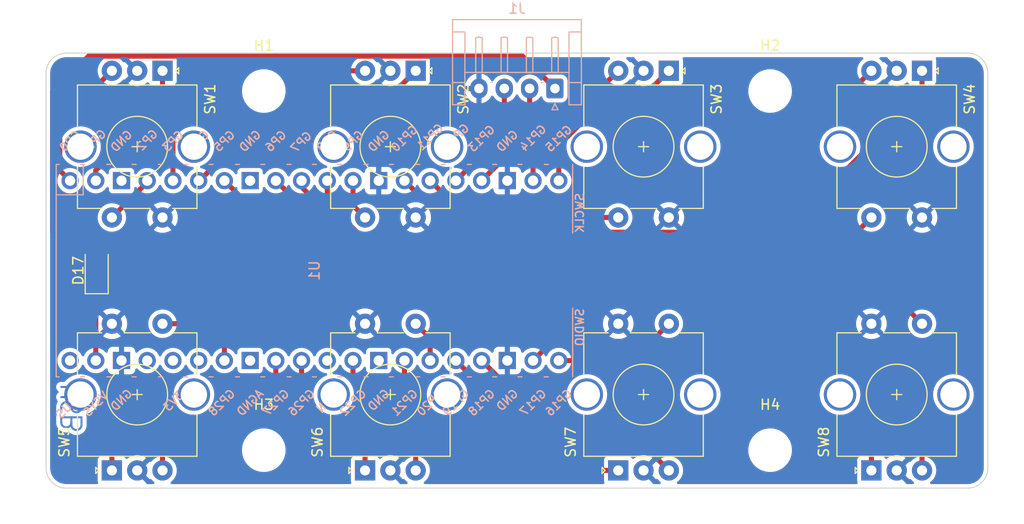
<source format=kicad_pcb>
(kicad_pcb (version 20211014) (generator pcbnew)
  (layers (0 "F.Cu" signal) (31 "B.Cu" signal) (34 "B.Paste" user) (35 "F.Paste" user) (36 "B.SilkS" user "B.Silkscreen") (37 "F.SilkS" user "F.Silkscreen") (38 "B.Mask" user) (39 "F.Mask" user) (44 "Edge.Cuts" user))
  (net 0 "")
  (net 1 "+5V")
  (net 2 "GND")
  (net 3 "tx")
  (net 4 "rx")
  (net 14 "Net-(D17-Pad2)")
  (net 15 "Net-(U1-Pad32)")
  (net 16 "Net-(U1-Pad31)")
  (net 17 "Net-(U1-Pad34)")
  (net 18 "Net-(U1-Pad26)")
  (net 19 "Net-(SW6-PadB)")
  (net 20 "Net-(SW6-PadA)")
  (net 21 "Net-(SW7-PadA)")
  (net 22 "Net-(U1-Pad24)")
  (net 23 "Net-(U1-Pad22)")
  (net 24 "Net-(U1-Pad2)")
  (net 25 "Net-(U1-Pad1)")
  (net 26 "Net-(U1-Pad4)")
  (net 27 "Net-(U1-Pad6)")
  (net 28 "Net-(U1-Pad5)")
  (net 29 "Net-(U1-Pad20)")
  (net 30 "Net-(U1-Pad19)")
  (net 31 "Net-(U1-Pad12)")
  (net 32 "Net-(U1-Pad15)")
  (net 33 "Net-(U1-Pad21)")
  (net 34 "Net-(U1-Pad7)")
  (net 35 "Net-(U1-Pad14)")
  (net 36 "Net-(U1-Pad11)")
  (net 37 "Net-(U1-Pad10)")
  (net 38 "Net-(U1-Pad9)")
  (footprint "raspi:RotaryEncoder_Alps_EC11E-Switch_Vertical_H20mm_CircularMountingHoles" (layer "F.Cu") (at 211 82.75 90)
    (fp_text reference "SW6" (at 2.8 -4.7 270) (layer "F.SilkS"))
    (fp_text value "RotaryEncoder_Switch")
    (fp_line (start 5.5 8.4) (end 1.4 8.4) (layer "F.SilkS") (width 0.12))
    (fp_line (start 13.6 1.2) (end 13.6 3.8) (layer "F.SilkS") (width 0.12))
    (fp_line (start 0.3 -1.6) (end 0 -1.3) (layer "F.SilkS") (width 0.12))
    (fp_line (start 9.5 -3.4) (end 13.6 -3.4) (layer "F.SilkS") (width 0.12))
    (fp_line (start 13.6 -3.4) (end 13.6 -1) (layer "F.SilkS") (width 0.12))
    (fp_line (start 7 2.5) (end 8 2.5) (layer "F.SilkS") (width 0.12))
    (fp_line (start 13.6 8.4) (end 9.5 8.4) (layer "F.SilkS") (width 0.12))
    (fp_line (start 13.6 6) (end 13.6 8.4) (layer "F.SilkS") (width 0.12))
    (fp_line (start 5.5 -3.4) (end 1.4 -3.4) (layer "F.SilkS") (width 0.12))
    (fp_line (start -0.3 -1.6) (end 0.3 -1.6) (layer "F.SilkS") (width 0.12))
    (fp_line (start 7.5 2) (end 7.5 3) (layer "F.SilkS") (width 0.12))
    (fp_line (start 0 -1.3) (end -0.3 -1.6) (layer "F.SilkS") (width 0.12))
    (fp_line (start 1.4 -3.4) (end 1.4 8.4) (layer "F.SilkS") (width 0.12))
    (fp_circle (center 7.5 2.5) (end 10.5 2.5) (layer "F.SilkS") (width 0.12) (fill none))
    (pad "A" thru_hole rect (at 0 0 90) (size 2 2) (drill 1) (layers *.Cu *.Mask) (net 20 "Net-(SW6-PadA)"))
    (pad "B" thru_hole circle (at 0 5 90) (size 2 2) (drill 1) (layers *.Cu *.Mask) (net 19 "Net-(SW6-PadB)"))
    (pad "C" thru_hole circle (at 0 2.5 90) (size 2 2) (drill 1) (layers *.Cu *.Mask) (net 2 "GND"))
    (pad "MP" thru_hole circle (at 7.5 8.1 90) (size 3.2 3.2) (drill 2.6) (layers *.Cu *.Mask))
    (pad "MP" thru_hole circle (at 7.5 -3.1 90) (size 3.2 3.2) (drill 2.6) (layers *.Cu *.Mask))
    (pad "S1" thru_hole circle (at 14.5 5 90) (size 2 2) (drill 1) (layers *.Cu *.Mask) (net 18 "Net-(U1-Pad26)"))
    (pad "S2" thru_hole circle (at 14.5 0 90) (size 2 2) (drill 1) (layers *.Cu *.Mask) (net 2 "GND"))
  )
  (footprint "raspi:RotaryEncoder_Alps_EC11E-Switch_Vertical_H20mm_CircularMountingHoles" (layer "F.Cu") (at 186 82.75 90)
    (fp_text reference "SW5" (at 2.8 -4.7 270) (layer "F.SilkS"))
    (fp_text value "RotaryEncoder_Switch")
    (fp_line (start 7.5 2) (end 7.5 3) (layer "F.SilkS") (width 0.12))
    (fp_line (start 13.6 -3.4) (end 13.6 -1) (layer "F.SilkS") (width 0.12))
    (fp_line (start 9.5 -3.4) (end 13.6 -3.4) (layer "F.SilkS") (width 0.12))
    (fp_line (start 7 2.5) (end 8 2.5) (layer "F.SilkS") (width 0.12))
    (fp_line (start 13.6 1.2) (end 13.6 3.8) (layer "F.SilkS") (width 0.12))
    (fp_line (start 5.5 8.4) (end 1.4 8.4) (layer "F.SilkS") (width 0.12))
    (fp_line (start -0.3 -1.6) (end 0.3 -1.6) (layer "F.SilkS") (width 0.12))
    (fp_line (start 0 -1.3) (end -0.3 -1.6) (layer "F.SilkS") (width 0.12))
    (fp_line (start 0.3 -1.6) (end 0 -1.3) (layer "F.SilkS") (width 0.12))
    (fp_line (start 1.4 -3.4) (end 1.4 8.4) (layer "F.SilkS") (width 0.12))
    (fp_line (start 5.5 -3.4) (end 1.4 -3.4) (layer "F.SilkS") (width 0.12))
    (fp_line (start 13.6 8.4) (end 9.5 8.4) (layer "F.SilkS") (width 0.12))
    (fp_line (start 13.6 6) (end 13.6 8.4) (layer "F.SilkS") (width 0.12))
    (fp_circle (center 7.5 2.5) (end 10.5 2.5) (layer "F.SilkS") (width 0.12) (fill none))
    (pad "A" thru_hole rect (at 0 0 90) (size 2 2) (drill 1) (layers *.Cu *.Mask) (net 15 "Net-(U1-Pad32)"))
    (pad "B" thru_hole circle (at 0 5 90) (size 2 2) (drill 1) (layers *.Cu *.Mask) (net 16 "Net-(U1-Pad31)"))
    (pad "C" thru_hole circle (at 0 2.5 90) (size 2 2) (drill 1) (layers *.Cu *.Mask) (net 2 "GND"))
    (pad "MP" thru_hole circle (at 7.5 -3.1 90) (size 3.2 3.2) (drill 2.6) (layers *.Cu *.Mask))
    (pad "MP" thru_hole circle (at 7.5 8.1 90) (size 3.2 3.2) (drill 2.6) (layers *.Cu *.Mask))
    (pad "S1" thru_hole circle (at 14.5 5 90) (size 2 2) (drill 1) (layers *.Cu *.Mask) (net 17 "Net-(U1-Pad34)"))
    (pad "S2" thru_hole circle (at 14.5 0 90) (size 2 2) (drill 1) (layers *.Cu *.Mask) (net 2 "GND"))
  )
  (footprint "MountingHole:MountingHole_3.5mm" (layer "F.Cu") (at 251 80.75)
    (fp_text reference "H4" (at 0 -4.5) (layer "F.SilkS"))
    (fp_text value "MountingHole")
    (pad "" np_thru_hole circle (at 0 0) (size 3.5 3.5) (drill 3.5) (layers *.Cu *.Mask))
  )
  (footprint "MountingHole:MountingHole_3.5mm" (layer "F.Cu") (at 251 45.25)
    (fp_text reference "H2" (at 0 -4.5) (layer "F.SilkS"))
    (fp_text value "MountingHole")
    (pad "" np_thru_hole circle (at 0 0) (size 3.5 3.5) (drill 3.5) (layers *.Cu *.Mask))
  )
  (footprint "raspi:RotaryEncoder_Alps_EC11E-Switch_Vertical_H20mm_CircularMountingHoles" (layer "F.Cu") (at 191 43.25 -90)
    (fp_text reference "SW1" (at 2.8 -4.7 90) (layer "F.SilkS"))
    (fp_text value "RotaryEncoder_Switch")
    (fp_line (start 1.4 -3.4) (end 1.4 8.4) (layer "F.SilkS") (width 0.12))
    (fp_line (start -0.3 -1.6) (end 0.3 -1.6) (layer "F.SilkS") (width 0.12))
    (fp_line (start 13.6 8.4) (end 9.5 8.4) (layer "F.SilkS") (width 0.12))
    (fp_line (start 5.5 -3.4) (end 1.4 -3.4) (layer "F.SilkS") (width 0.12))
    (fp_line (start 7 2.5) (end 8 2.5) (layer "F.SilkS") (width 0.12))
    (fp_line (start 13.6 1.2) (end 13.6 3.8) (layer "F.SilkS") (width 0.12))
    (fp_line (start 0 -1.3) (end -0.3 -1.6) (layer "F.SilkS") (width 0.12))
    (fp_line (start 5.5 8.4) (end 1.4 8.4) (layer "F.SilkS") (width 0.12))
    (fp_line (start 0.3 -1.6) (end 0 -1.3) (layer "F.SilkS") (width 0.12))
    (fp_line (start 7.5 2) (end 7.5 3) (layer "F.SilkS") (width 0.12))
    (fp_line (start 13.6 -3.4) (end 13.6 -1) (layer "F.SilkS") (width 0.12))
    (fp_line (start 9.5 -3.4) (end 13.6 -3.4) (layer "F.SilkS") (width 0.12))
    (fp_line (start 13.6 6) (end 13.6 8.4) (layer "F.SilkS") (width 0.12))
    (fp_circle (center 7.5 2.5) (end 10.5 2.5) (layer "F.SilkS") (width 0.12) (fill none))
    (pad "A" thru_hole rect (at 0 0 270) (size 2 2) (drill 1) (layers *.Cu *.Mask) (net 24 "Net-(U1-Pad2)"))
    (pad "B" thru_hole circle (at 0 5 270) (size 2 2) (drill 1) (layers *.Cu *.Mask) (net 25 "Net-(U1-Pad1)"))
    (pad "C" thru_hole circle (at 0 2.5 270) (size 2 2) (drill 1) (layers *.Cu *.Mask) (net 2 "GND"))
    (pad "MP" thru_hole circle (at 7.5 8.1 270) (size 3.2 3.2) (drill 2.6) (layers *.Cu *.Mask))
    (pad "MP" thru_hole circle (at 7.5 -3.1 270) (size 3.2 3.2) (drill 2.6) (layers *.Cu *.Mask))
    (pad "S1" thru_hole circle (at 14.5 5 270) (size 2 2) (drill 1) (layers *.Cu *.Mask) (net 26 "Net-(U1-Pad4)"))
    (pad "S2" thru_hole circle (at 14.5 0 270) (size 2 2) (drill 1) (layers *.Cu *.Mask) (net 2 "GND"))
  )
  (footprint "raspi:RotaryEncoder_Alps_EC11E-Switch_Vertical_H20mm_CircularMountingHoles" (layer "F.Cu") (at 236 82.75 90)
    (fp_text reference "SW7" (at 2.8 -4.7 270) (layer "F.SilkS"))
    (fp_text value "RotaryEncoder_Switch")
    (fp_line (start 0 -1.3) (end -0.3 -1.6) (layer "F.SilkS") (width 0.12))
    (fp_line (start 7 2.5) (end 8 2.5) (layer "F.SilkS") (width 0.12))
    (fp_line (start 13.6 -3.4) (end 13.6 -1) (layer "F.SilkS") (width 0.12))
    (fp_line (start 1.4 -3.4) (end 1.4 8.4) (layer "F.SilkS") (width 0.12))
    (fp_line (start 7.5 2) (end 7.5 3) (layer "F.SilkS") (width 0.12))
    (fp_line (start 13.6 8.4) (end 9.5 8.4) (layer "F.SilkS") (width 0.12))
    (fp_line (start 5.5 8.4) (end 1.4 8.4) (layer "F.SilkS") (width 0.12))
    (fp_line (start 0.3 -1.6) (end 0 -1.3) (layer "F.SilkS") (width 0.12))
    (fp_line (start 13.6 6) (end 13.6 8.4) (layer "F.SilkS") (width 0.12))
    (fp_line (start 9.5 -3.4) (end 13.6 -3.4) (layer "F.SilkS") (width 0.12))
    (fp_line (start 5.5 -3.4) (end 1.4 -3.4) (layer "F.SilkS") (width 0.12))
    (fp_line (start 13.6 1.2) (end 13.6 3.8) (layer "F.SilkS") (width 0.12))
    (fp_line (start -0.3 -1.6) (end 0.3 -1.6) (layer "F.SilkS") (width 0.12))
    (fp_circle (center 7.5 2.5) (end 10.5 2.5) (layer "F.SilkS") (width 0.12) (fill none))
    (pad "A" thru_hole rect (at 0 0 90) (size 2 2) (drill 1) (layers *.Cu *.Mask) (net 21 "Net-(SW7-PadA)"))
    (pad "B" thru_hole circle (at 0 5 90) (size 2 2) (drill 1) (layers *.Cu *.Mask) (net 22 "Net-(U1-Pad24)"))
    (pad "C" thru_hole circle (at 0 2.5 90) (size 2 2) (drill 1) (layers *.Cu *.Mask) (net 2 "GND"))
    (pad "MP" thru_hole circle (at 7.5 -3.1 90) (size 3.2 3.2) (drill 2.6) (layers *.Cu *.Mask))
    (pad "MP" thru_hole circle (at 7.5 8.1 90) (size 3.2 3.2) (drill 2.6) (layers *.Cu *.Mask))
    (pad "S1" thru_hole circle (at 14.5 5 90) (size 2 2) (drill 1) (layers *.Cu *.Mask) (net 23 "Net-(U1-Pad22)"))
    (pad "S2" thru_hole circle (at 14.5 0 90) (size 2 2) (drill 1) (layers *.Cu *.Mask) (net 2 "GND"))
  )
  (footprint "raspi:RotaryEncoder_Alps_EC11E-Switch_Vertical_H20mm_CircularMountingHoles" (layer "F.Cu") (at 261 82.75 90)
    (fp_text reference "SW8" (at 2.8 -4.7 270) (layer "F.SilkS"))
    (fp_text value "RotaryEncoder_Switch")
    (fp_line (start 5.5 8.4) (end 1.4 8.4) (layer "F.SilkS") (width 0.12))
    (fp_line (start 5.5 -3.4) (end 1.4 -3.4) (layer "F.SilkS") (width 0.12))
    (fp_line (start 13.6 8.4) (end 9.5 8.4) (layer "F.SilkS") (width 0.12))
    (fp_line (start 1.4 -3.4) (end 1.4 8.4) (layer "F.SilkS") (width 0.12))
    (fp_line (start 13.6 6) (end 13.6 8.4) (layer "F.SilkS") (width 0.12))
    (fp_line (start 13.6 1.2) (end 13.6 3.8) (layer "F.SilkS") (width 0.12))
    (fp_line (start 7.5 2) (end 7.5 3) (layer "F.SilkS") (width 0.12))
    (fp_line (start -0.3 -1.6) (end 0.3 -1.6) (layer "F.SilkS") (width 0.12))
    (fp_line (start 13.6 -3.4) (end 13.6 -1) (layer "F.SilkS") (width 0.12))
    (fp_line (start 7 2.5) (end 8 2.5) (layer "F.SilkS") (width 0.12))
    (fp_line (start 0.3 -1.6) (end 0 -1.3) (layer "F.SilkS") (width 0.12))
    (fp_line (start 9.5 -3.4) (end 13.6 -3.4) (layer "F.SilkS") (width 0.12))
    (fp_line (start 0 -1.3) (end -0.3 -1.6) (layer "F.SilkS") (width 0.12))
    (fp_circle (center 7.5 2.5) (end 10.5 2.5) (layer "F.SilkS") (width 0.12) (fill none))
    (pad "A" thru_hole rect (at 0 0 90) (size 2 2) (drill 1) (layers *.Cu *.Mask) (net 33 "Net-(U1-Pad21)"))
    (pad "B" thru_hole circle (at 0 5 90) (size 2 2) (drill 1) (layers *.Cu *.Mask) (net 34 "Net-(U1-Pad7)"))
    (pad "C" thru_hole circle (at 0 2.5 90) (size 2 2) (drill 1) (layers *.Cu *.Mask) (net 2 "GND"))
    (pad "MP" thru_hole circle (at 7.5 8.1 90) (size 3.2 3.2) (drill 2.6) (layers *.Cu *.Mask))
    (pad "MP" thru_hole circle (at 7.5 -3.1 90) (size 3.2 3.2) (drill 2.6) (layers *.Cu *.Mask))
    (pad "S1" thru_hole circle (at 14.5 5 90) (size 2 2) (drill 1) (layers *.Cu *.Mask) (net 38 "Net-(U1-Pad9)"))
    (pad "S2" thru_hole circle (at 14.5 0 90) (size 2 2) (drill 1) (layers *.Cu *.Mask) (net 2 "GND"))
  )
  (footprint "Diode_SMD:D_1206_3216Metric" (layer "F.Cu") (at 184.5 63 90)
    (fp_text reference "D17" (at 0 -1.82 90) (layer "F.SilkS"))
    (fp_text value "D")
    (fp_line (start 1.6 -1.135) (end -2.285 -1.135) (layer "F.SilkS") (width 0.12))
    (fp_line (start -2.285 1.135) (end 1.6 1.135) (layer "F.SilkS") (width 0.12))
    (fp_line (start -2.285 -1.135) (end -2.285 1.135) (layer "F.SilkS") (width 0.12))
    (pad "1" smd roundrect (at -1.4 0 90) (size 1.25 1.75) (layers "F.Cu" "F.Paste" "F.Mask") (roundrect_rratio 0.2) (net 1 "+5V"))
    (pad "2" smd roundrect (at 1.4 0 90) (size 1.25 1.75) (layers "F.Cu" "F.Paste" "F.Mask") (roundrect_rratio 0.2) (net 14 "Net-(D17-Pad2)"))
  )
  (footprint "MountingHole:MountingHole_3.5mm" (layer "F.Cu") (at 201 45.25)
    (fp_text reference "H1" (at 0 -4.5) (layer "F.SilkS"))
    (fp_text value "MountingHole")
    (pad "" np_thru_hole circle (at 0 0) (size 3.5 3.5) (drill 3.5) (layers *.Cu *.Mask))
  )
  (footprint "MountingHole:MountingHole_3.5mm" (layer "F.Cu") (at 201 80.75)
    (fp_text reference "H3" (at 0 -4.5) (layer "F.SilkS"))
    (fp_text value "MountingHole")
    (pad "" np_thru_hole circle (at 0 0) (size 3.5 3.5) (drill 3.5) (layers *.Cu *.Mask))
  )
  (footprint "raspi:RotaryEncoder_Alps_EC11E-Switch_Vertical_H20mm_CircularMountingHoles" (layer "F.Cu") (at 266 43.25 -90)
    (fp_text reference "SW4" (at 2.8 -4.7 90) (layer "F.SilkS"))
    (fp_text value "RotaryEncoder_Switch")
    (fp_line (start 13.6 6) (end 13.6 8.4) (layer "F.SilkS") (width 0.12))
    (fp_line (start 13.6 -3.4) (end 13.6 -1) (layer "F.SilkS") (width 0.12))
    (fp_line (start 1.4 -3.4) (end 1.4 8.4) (layer "F.SilkS") (width 0.12))
    (fp_line (start 13.6 1.2) (end 13.6 3.8) (layer "F.SilkS") (width 0.12))
    (fp_line (start -0.3 -1.6) (end 0.3 -1.6) (layer "F.SilkS") (width 0.12))
    (fp_line (start 7.5 2) (end 7.5 3) (layer "F.SilkS") (width 0.12))
    (fp_line (start 0 -1.3) (end -0.3 -1.6) (layer "F.SilkS") (width 0.12))
    (fp_line (start 9.5 -3.4) (end 13.6 -3.4) (layer "F.SilkS") (width 0.12))
    (fp_line (start 5.5 -3.4) (end 1.4 -3.4) (layer "F.SilkS") (width 0.12))
    (fp_line (start 0.3 -1.6) (end 0 -1.3) (layer "F.SilkS") (width 0.12))
    (fp_line (start 13.6 8.4) (end 9.5 8.4) (layer "F.SilkS") (width 0.12))
    (fp_line (start 7 2.5) (end 8 2.5) (layer "F.SilkS") (width 0.12))
    (fp_line (start 5.5 8.4) (end 1.4 8.4) (layer "F.SilkS") (width 0.12))
    (fp_circle (center 7.5 2.5) (end 10.5 2.5) (layer "F.SilkS") (width 0.12) (fill none))
    (pad "A" thru_hole rect (at 0 0 270) (size 2 2) (drill 1) (layers *.Cu *.Mask) (net 36 "Net-(U1-Pad11)"))
    (pad "B" thru_hole circle (at 0 5 270) (size 2 2) (drill 1) (layers *.Cu *.Mask) (net 35 "Net-(U1-Pad14)"))
    (pad "C" thru_hole circle (at 0 2.5 270) (size 2 2) (drill 1) (layers *.Cu *.Mask) (net 2 "GND"))
    (pad "MP" thru_hole circle (at 7.5 8.1 270) (size 3.2 3.2) (drill 2.6) (layers *.Cu *.Mask))
    (pad "MP" thru_hole circle (at 7.5 -3.1 270) (size 3.2 3.2) (drill 2.6) (layers *.Cu *.Mask))
    (pad "S1" thru_hole circle (at 14.5 5 270) (size 2 2) (drill 1) (layers *.Cu *.Mask) (net 37 "Net-(U1-Pad10)"))
    (pad "S2" thru_hole circle (at 14.5 0 270) (size 2 2) (drill 1) (layers *.Cu *.Mask) (net 2 "GND"))
  )
  (footprint "raspi:RotaryEncoder_Alps_EC11E-Switch_Vertical_H20mm_CircularMountingHoles" (layer "F.Cu") (at 241 43.25 -90)
    (fp_text reference "SW3" (at 2.8 -4.7 90) (layer "F.SilkS"))
    (fp_text value "RotaryEncoder_Switch")
    (fp_line (start 13.6 6) (end 13.6 8.4) (layer "F.SilkS") (width 0.12))
    (fp_line (start 13.6 1.2) (end 13.6 3.8) (layer "F.SilkS") (width 0.12))
    (fp_line (start 1.4 -3.4) (end 1.4 8.4) (layer "F.SilkS") (width 0.12))
    (fp_line (start -0.3 -1.6) (end 0.3 -1.6) (layer "F.SilkS") (width 0.12))
    (fp_line (start 0 -1.3) (end -0.3 -1.6) (layer "F.SilkS") (width 0.12))
    (fp_line (start 0.3 -1.6) (end 0 -1.3) (layer "F.SilkS") (width 0.12))
    (fp_line (start 5.5 -3.4) (end 1.4 -3.4) (layer "F.SilkS") (width 0.12))
    (fp_line (start 13.6 -3.4) (end 13.6 -1) (layer "F.SilkS") (width 0.12))
    (fp_line (start 5.5 8.4) (end 1.4 8.4) (layer "F.SilkS") (width 0.12))
    (fp_line (start 13.6 8.4) (end 9.5 8.4) (layer "F.SilkS") (width 0.12))
    (fp_line (start 7 2.5) (end 8 2.5) (layer "F.SilkS") (width 0.12))
    (fp_line (start 9.5 -3.4) (end 13.6 -3.4) (layer "F.SilkS") (width 0.12))
    (fp_line (start 7.5 2) (end 7.5 3) (layer "F.SilkS") (width 0.12))
    (fp_circle (center 7.5 2.5) (end 10.5 2.5) (layer "F.SilkS") (width 0.12) (fill none))
    (pad "A" thru_hole rect (at 0 0 270) (size 2 2) (drill 1) (layers *.Cu *.Mask) (net 29 "Net-(U1-Pad20)"))
    (pad "B" thru_hole circle (at 0 5 270) (size 2 2) (drill 1) (layers *.Cu *.Mask) (net 30 "Net-(U1-Pad19)"))
    (pad "C" thru_hole circle (at 0 2.5 270) (size 2 2) (drill 1) (layers *.Cu *.Mask) (net 2 "GND"))
    (pad "MP" thru_hole circle (at 7.5 -3.1 270) (size 3.2 3.2) (drill 2.6) (layers *.Cu *.Mask))
    (pad "MP" thru_hole circle (at 7.5 8.1 270) (size 3.2 3.2) (drill 2.6) (layers *.Cu *.Mask))
    (pad "S1" thru_hole circle (at 14.5 5 270) (size 2 2) (drill 1) (layers *.Cu *.Mask) (net 32 "Net-(U1-Pad15)"))
    (pad "S2" thru_hole circle (at 14.5 0 270) (size 2 2) (drill 1) (layers *.Cu *.Mask) (net 2 "GND"))
  )
  (footprint "raspi:RotaryEncoder_Alps_EC11E-Switch_Vertical_H20mm_CircularMountingHoles" (layer "F.Cu") (at 216 43.25 -90)
    (fp_text reference "SW2" (at 2.8 -4.7 90) (layer "F.SilkS"))
    (fp_text value "RotaryEncoder_Switch")
    (fp_line (start 9.5 -3.4) (end 13.6 -3.4) (layer "F.SilkS") (width 0.12))
    (fp_line (start 5.5 8.4) (end 1.4 8.4) (layer "F.SilkS") (width 0.12))
    (fp_line (start 13.6 8.4) (end 9.5 8.4) (layer "F.SilkS") (width 0.12))
    (fp_line (start 5.5 -3.4) (end 1.4 -3.4) (layer "F.SilkS") (width 0.12))
    (fp_line (start 0 -1.3) (end -0.3 -1.6) (layer "F.SilkS") (width 0.12))
    (fp_line (start 13.6 6) (end 13.6 8.4) (layer "F.SilkS") (width 0.12))
    (fp_line (start 13.6 1.2) (end 13.6 3.8) (layer "F.SilkS") (width 0.12))
    (fp_line (start 7.5 2) (end 7.5 3) (layer "F.SilkS") (width 0.12))
    (fp_line (start 7 2.5) (end 8 2.5) (layer "F.SilkS") (width 0.12))
    (fp_line (start 13.6 -3.4) (end 13.6 -1) (layer "F.SilkS") (width 0.12))
    (fp_line (start 1.4 -3.4) (end 1.4 8.4) (layer "F.SilkS") (width 0.12))
    (fp_line (start 0.3 -1.6) (end 0 -1.3) (layer "F.SilkS") (width 0.12))
    (fp_line (start -0.3 -1.6) (end 0.3 -1.6) (layer "F.SilkS") (width 0.12))
    (fp_circle (center 7.5 2.5) (end 10.5 2.5) (layer "F.SilkS") (width 0.12) (fill none))
    (pad "A" thru_hole rect (at 0 0 270) (size 2 2) (drill 1) (layers *.Cu *.Mask) (net 27 "Net-(U1-Pad6)"))
    (pad "B" thru_hole circle (at 0 5 270) (size 2 2) (drill 1) (layers *.Cu *.Mask) (net 28 "Net-(U1-Pad5)"))
    (pad "C" thru_hole circle (at 0 2.5 270) (size 2 2) (drill 1) (layers *.Cu *.Mask) (net 2 "GND"))
    (pad "MP" thru_hole circle (at 7.5 -3.1 270) (size 3.2 3.2) (drill 2.6) (layers *.Cu *.Mask))
    (pad "MP" thru_hole circle (at 7.5 8.1 270) (size 3.2 3.2) (drill 2.6) (layers *.Cu *.Mask))
    (pad "S1" thru_hole circle (at 14.5 5 270) (size 2 2) (drill 1) (layers *.Cu *.Mask) (net 31 "Net-(U1-Pad12)"))
    (pad "S2" thru_hole circle (at 14.5 0 270) (size 2 2) (drill 1) (layers *.Cu *.Mask) (net 2 "GND"))
  )
  (footprint "raspi:RPi_Pico_TH" (layer "B.Cu") (at 206 63 -90)
    (fp_text reference "U1" (at 0 0 90) (layer "B.SilkS") (effects (justify mirror)))
    (fp_text value "Pico")
    (fp_text user "GP8" (at -12.8 -1.27 -135) (layer "B.SilkS") (effects (font (size 0.8 0.8)) (justify mirror)))
    (fp_text user "GP20" (at 13.054 -11.43 -135) (layer "B.SilkS") (effects (font (size 0.8 0.8)) (justify mirror)))
    (fp_text user "GP9" (at -12.8 -3.81 -135) (layer "B.SilkS") (effects (font (size 0.8 0.8)) (justify mirror)))
    (fp_text user "SWDIO" (at 5.6 -26.2 90) (layer "B.SilkS") (effects (font (size 0.8 0.8)) (justify mirror)))
    (fp_text user "GP5" (at -12.8 8.89 -135) (layer "B.SilkS") (effects (font (size 0.8 0.8)) (justify mirror)))
    (fp_text user "GP19" (at 13.054 -13.97 -135) (layer "B.SilkS") (effects (font (size 0.8 0.8)) (justify mirror)))
    (fp_text user "GP17" (at 13.054 -21.59 -135) (layer "B.SilkS") (effects (font (size 0.8 0.8)) (justify mirror)))
    (fp_text user "GP4" (at -12.8 11.43 -135) (layer "B.SilkS") (effects (font (size 0.8 0.8)) (justify mirror)))
    (fp_text user "GP11" (at -13.2 -11.43 -135) (layer "B.SilkS") (effects (font (size 0.8 0.8)) (justify mirror)))
    (fp_text user "GND" (at -12.8 19.05 -135) (layer "B.SilkS") (effects (font (size 0.8 0.8)) (justify mirror)))
    (fp_text user "GP2" (at -12.9 16.51 -135) (layer "B.SilkS") (effects (font (size 0.8 0.8)) (justify mirror)))
    (fp_text user "SWCLK" (at -5.7 -26.2 90) (layer "B.SilkS") (effects (font (size 0.8 0.8)) (justify mirror)))
    (fp_text user "GP12" (at -13.2 -13.97 -135) (layer "B.SilkS") (effects (font (size 0.8 0.8)) (justify mirror)))
    (fp_text user "GP1" (at -12.9 21.6 -135) (layer "B.SilkS") (effects (font (size 0.8 0.8)) (justify mirror)))
    (fp_text user "GND" (at -12.8 6.35 -135) (layer "B.SilkS") (effects (font (size 0.8 0.8)) (justify mirror)))
    (fp_text user "GND" (at -12.8 -19.05 -135) (layer "B.SilkS") (effects (font (size 0.8 0.8)) (justify mirror)))
    (fp_text user "GP10" (at -13.054 -8.89 -135) (layer "B.SilkS") (effects (font (size 0.8 0.8)) (justify mirror)))
    (fp_text user "GP14" (at -13.1 -21.59 -135) (layer "B.SilkS") (effects (font (size 0.8 0.8)) (justify mirror)))
    (fp_text user "GP21" (at 13.054 -8.9 -135) (layer "B.SilkS") (effects (font (size 0.8 0.8)) (justify mirror)))
    (fp_text user "GP28" (at 13.054 9.144 -135) (layer "B.SilkS") (effects (font (size 0.8 0.8)) (justify mirror)))
    (fp_text user "GND" (at 12.8 19.05 -135) (layer "B.SilkS") (effects (font (size 0.8 0.8)) (justify mirror)))
    (fp_text user "RUN" (at 13 -1.27 -135) (layer "B.SilkS") (effects (font (size 0.8 0.8)) (justify mirror)))
    (fp_text user "GP22" (at 13.054 -3.81 -135) (layer "B.SilkS") (effects (font (size 0.8 0.8)) (justify mirror)))
    (fp_text user "GND" (at 12.8 -19.05 -135) (layer "B.SilkS") (effects (font (size 0.8 0.8)) (justify mirror)))
    (fp_text user "VSYS" (at 13.2 21.59 -135) (layer "B.SilkS") (effects (font (size 0.8 0.8)) (justify mirror)))
    (fp_text user "AGND" (at 13.054 6.35 -135) (layer "B.SilkS") (effects (font (size 0.8 0.8)) (justify mirror)))
    (fp_text user "GP15" (at -13.054 -24.13 -135) (layer "B.SilkS") (effects (font (size 0.8 0.8)) (justify mirror)))
    (fp_text user "GND" (at 12.8 -6.35 -135) (layer "B.SilkS") (effects (font (size 0.8 0.8)) (justify mirror)))
    (fp_text user "3V3" (at 12.9 13.9 -135) (layer "B.SilkS") (effects (font (size 0.8 0.8)) (justify mirror)))
    (fp_text user "GP6" (at -12.8 3.81 -135) (layer "B.SilkS") (effects (font (size 0.8 0.8)) (justify mirror)))
    (fp_text user "VBUS" (at 13.3 24.2 -135) (layer "B.SilkS") (effects (font (size 0.8 0.8)) (justify mirror)))
    (fp_text user "GP0" (at -12.8 24.13 -135) (layer "B.SilkS") (effects (font (size 0.8 0.8)) (justify mirror)))
    (fp_text user "GP26" (at 13.054 1.27 -135) (layer "B.SilkS") (effects (font (size 0.8 0.8)) (justify mirror)))
    (fp_text user "GND" (at -12.8 -6.35 -135) (layer "B.SilkS") (effects (font (size 0.8 0.8)) (justify mirror)))
    (fp_text user "GP13" (at -13.054 -16.51 -135) (layer "B.SilkS") (effects (font (size 0.8 0.8)) (justify mirror)))
    (fp_text user "GP7" (at -12.7 1.3 -135) (layer "B.SilkS") (effects (font (size 0.8 0.8)) (justify mirror)))
    (fp_text user "GP27" (at 13.054 3.8 -135) (layer "B.SilkS") (effects (font (size 0.8 0.8)) (justify mirror)))
    (fp_text user "GP16" (at 13.054 -24.13 -135) (layer "B.SilkS") (effects (font (size 0.8 0.8)) (justify mirror)))
    (fp_text user "GP18" (at 13.054 -16.51 -135) (layer "B.SilkS") (effects (font (size 0.8 0.8)) (justify mirror)))
    (fp_text user "GP3" (at -12.8 13.97 -135) (layer "B.SilkS") (effects (font (size 0.8 0.8)) (justify mirror)))
    (fp_line (start 10.5 -7.4) (end 10.5 -7.8) (layer "B.SilkS") (width 0.12))
    (fp_line (start 10.5 10.4) (end 10.5 10) (layer "B.SilkS") (width 0.12))
    (fp_line (start 10.5 -25.5) (end 3.7 -25.5) (layer "B.SilkS") (width 0.12))
    (fp_line (start 10.5 5.3) (end 10.5 4.9) (layer "B.SilkS") (width 0.12))
    (fp_line (start 10.5 -10) (end 10.5 -10.4) (layer "B.SilkS") (width 0.12))
    (fp_line (start 10.5 25.5) (end 10.5 25.2) (layer "B.SilkS") (width 0.12))
    (fp_line (start 10.5 20.5) (end 10.5 20.1) (layer "B.SilkS") (width 0.12))
    (fp_line (start -10.5 25.5) (end 10.5 25.5) (layer "B.SilkS") (width 0.12))
    (fp_line (start -10.5 -7.4) (end -10.5 -7.8) (layer "B.SilkS") (width 0.12))
    (fp_line (start -10.5 -2.3) (end -10.5 -2.7) (layer "B.SilkS") (width 0.12))
    (fp_line (start -10.5 23.1) (end -10.5 22.7) (layer "B.SilkS") (width 0.12))
    (fp_line (start 10.5 -4.9) (end 10.5 -5.3) (layer "B.SilkS") (width 0.12))
    (fp_line (start -10.5 -4.9) (end -10.5 -5.3) (layer "B.SilkS") (width 0.12))
    (fp_line (start -3.7 -25.5) (end -10.5 -25.5) (layer "B.SilkS") (width 0.12))
    (fp_line (start -10.5 -15.1) (end -10.5 -15.5) (layer "B.SilkS") (width 0.12))
    (fp_line (start -10.5 20.5) (end -10.5 20.1) (layer "B.SilkS") (width 0.12))
    (fp_line (start 10.5 12.9) (end 10.5 12.5) (layer "B.SilkS") (width 0.12))
    (fp_line (start -10.5 -22.7) (end -10.5 -23.1) (layer "B.SilkS") (width 0.12))
    (fp_line (start -10.5 25.5) (end -10.5 25.2) (layer "B.SilkS") (width 0.12))
    (fp_line (start 10.5 15.4) (end 10.5 15) (layer "B.SilkS") (width 0.12))
    (fp_line (start -10.5 2.7) (end -10.5 2.3) (layer "B.SilkS") (width 0.12))
    (fp_line (start -10.5 15.4) (end -10.5 15) (layer "B.SilkS") (width 0.12))
    (fp_line (start 10.5 23.1) (end 10.5 22.7) (layer "B.SilkS") (width 0.12))
    (fp_line (start 10.5 -12.5) (end 10.5 -12.9) (layer "B.SilkS") (width 0.12))
    (fp_line (start 10.5 -2.3) (end 10.5 -2.7) (layer "B.SilkS") (width 0.12))
    (fp_line (start 10.5 -20.1) (end 10.5 -20.5) (layer "B.SilkS") (width 0.12))
    (fp_line (start -10.5 -17.6) (end -10.5 -18) (layer "B.SilkS") (width 0.12))
    (fp_line (start 10.5 -17.6) (end 10.5 -18) (layer "B.SilkS") (width 0.12))
    (fp_line (start 10.5 7.8) (end 10.5 7.4) (layer "B.SilkS") (width 0.12))
    (fp_line (start -10.5 -20.1) (end -10.5 -20.5) (layer "B.SilkS") (width 0.12))
    (fp_line (start 10.5 -22.7) (end 10.5 -23.1) (layer "B.SilkS") (width 0.12))
    (fp_line (start -10.5 10.4) (end -10.5 10) (layer "B.SilkS") (width 0.12))
    (fp_line (start -10.5 -10) (end -10.5 -10.4) (layer "B.SilkS") (width 0.12))
    (fp_line (start 10.5 18) (end 10.5 17.6) (layer "B.SilkS") (width 0.12))
    (fp_line (start 10.5 2.7) (end 10.5 2.3) (layer "B.SilkS") (width 0.12))
    (fp_line (start -10.5 12.9) (end -10.5 12.5) (layer "B.SilkS") (width 0.12))
    (fp_line (start 10.5 0.2) (end 10.5 -0.2) (layer "B.SilkS") (width 0.12))
    (fp_line (start 10.5 -15.1) (end 10.5 -15.5) (layer "B.SilkS") (width 0.12))
    (fp_line (start -10.5 0.2) (end -10.5 -0.2) (layer "B.SilkS") (width 0.12))
    (fp_line (start -10.5 22.833) (end -7.493 22.833) (layer "B.SilkS") (width 0.12))
    (fp_line (start -10.5 18) (end -10.5 17.6) (layer "B.SilkS") (width 0.12))
    (fp_line (start -10.5 5.3) (end -10.5 4.9) (layer "B.SilkS") (width 0.12))
    (fp_line (start -7.493 22.833) (end -7.493 25.5) (layer "B.SilkS") (width 0.12))
    (fp_line (start -10.5 7.8) (end -10.5 7.4) (layer "B.SilkS") (width 0.12))
    (fp_line (start -10.5 -12.5) (end -10.5 -12.9) (layer "B.SilkS") (width 0.12))
    (pad "1" thru_hole oval (at -8.89 24.13 270) (size 1.7 1.7) (drill 1.02) (layers *.Cu *.Mask) (net 25 "Net-(U1-Pad1)"))
    (pad "2" thru_hole oval (at -8.89 21.59 270) (size 1.7 1.7) (drill 1.02) (layers *.Cu *.Mask) (net 24 "Net-(U1-Pad2)"))
    (pad "3" thru_hole rect (at -8.89 19.05 270) (size 1.7 1.7) (drill 1.02) (layers *.Cu *.Mask))
    (pad "4" thru_hole oval (at -8.89 16.51 270) (size 1.7 1.7) (drill 1.02) (layers *.Cu *.Mask) (net 26 "Net-(U1-Pad4)"))
    (pad "5" thru_hole oval (at -8.89 13.97 270) (size 1.7 1.7) (drill 1.02) (layers *.Cu *.Mask) (net 28 "Net-(U1-Pad5)"))
    (pad "6" thru_hole oval (at -8.89 11.43 270) (size 1.7 1.7) (drill 1.02) (layers *.Cu *.Mask) (net 27 "Net-(U1-Pad6)"))
    (pad "7" thru_hole oval (at -8.89 8.89 270) (size 1.7 1.7) (drill 1.02) (layers *.Cu *.Mask) (net 34 "Net-(U1-Pad7)"))
    (pad "8" thru_hole rect (at -8.89 6.35 270) (size 1.7 1.7) (drill 1.02) (layers *.Cu *.Mask))
    (pad "9" thru_hole oval (at -8.89 3.81 270) (size 1.7 1.7) (drill 1.02) (layers *.Cu *.Mask) (net 38 "Net-(U1-Pad9)"))
    (pad "10" thru_hole oval (at -8.89 1.27 270) (size 1.7 1.7) (drill 1.02) (layers *.Cu *.Mask) (net 37 "Net-(U1-Pad10)"))
    (pad "11" thru_hole oval (at -8.89 -1.27 270) (size 1.7 1.7) (drill 1.02) (layers *.Cu *.Mask) (net 36 "Net-(U1-Pad11)"))
    (pad "12" thru_hole oval (at -8.89 -3.81 270) (size 1.7 1.7) (drill 1.02) (layers *.Cu *.Mask) (net 31 "Net-(U1-Pad12)"))
    (pad "13" thru_hole rect (at -8.89 -6.35 270) (size 1.7 1.7) (drill 1.02) (layers *.Cu *.Mask) (net 2 "GND"))
    (pad "14" thru_hole oval (at -8.89 -8.89 270) (size 1.7 1.7) (drill 1.02) (layers *.Cu *.Mask) (net 35 "Net-(U1-Pad14)"))
    (pad "15" thru_hole oval (at -8.89 -11.43 270) (size 1.7 1.7) (drill 1.02) (layers *.Cu *.Mask) (net 32 "Net-(U1-Pad15)"))
    (pad "16" thru_hole oval (at -8.89 -13.97 270) (size 1.7 1.7) (drill 1.02) (layers *.Cu *.Mask) (net 3 "tx"))
    (pad "17" thru_hole oval (at -8.89 -16.51 270) (size 1.7 1.7) (drill 1.02) (layers *.Cu *.Mask) (net 4 "rx"))
    (pad "18" thru_hole rect (at -8.89 -19.05 270) (size 1.7 1.7) (drill 1.02) (layers *.Cu *.Mask))
    (pad "19" thru_hole oval (at -8.89 -21.59 270) (size 1.7 1.7) (drill 1.02) (layers *.Cu *.Mask) (net 30 "Net-(U1-Pad19)"))
    (pad "20" thru_hole oval (at -8.89 -24.13 270) (size 1.7 1.7) (drill 1.02) (layers *.Cu *.Mask) (net 29 "Net-(U1-Pad20)"))
    (pad "21" thru_hole oval (at 8.89 -24.13 270) (size 1.7 1.7) (drill 1.02) (layers *.Cu *.Mask) (net 33 "Net-(U1-Pad21)"))
    (pad "22" thru_hole oval (at 8.89 -21.59 270) (size 1.7 1.7) (drill 1.02) (layers *.Cu *.Mask) (net 23 "Net-(U1-Pad22)"))
    (pad "23" thru_hole rect (at 8.89 -19.05 270) (size 1.7 1.7) (drill 1.02) (layers *.Cu *.Mask))
    (pad "24" thru_hole oval (at 8.89 -16.51 270) (size 1.7 1.7) (drill 1.02) (layers *.Cu *.Mask) (net 22 "Net-(U1-Pad24)"))
    (pad "25" thru_hole oval (at 8.89 -13.97 270) (size 1.7 1.7) (drill 1.02) (layers *.Cu *.Mask) (net 21 "Net-(SW7-PadA)"))
    (pad "26" thru_hole oval (at 8.89 -11.43 270) (size 1.7 1.7) (drill 1.02) (layers *.Cu *.Mask) (net 18 "Net-(U1-Pad26)"))
    (pad "27" thru_hole oval (at 8.89 -8.89 270) (size 1.7 1.7) (drill 1.02) (layers *.Cu *.Mask) (net 19 "Net-(SW6-PadB)"))
    (pad "28" thru_hole rect (at 8.89 -6.35 270) (size 1.7 1.7) (drill 1.02) (layers *.Cu *.Mask))
    (pad "29" thru_hole oval (at 8.89 -3.81 270) (size 1.7 1.7) (drill 1.02) (layers *.Cu *.Mask) (net 20 "Net-(SW6-PadA)"))
    (pad "30" thru_hole oval (at 8.89 -1.27 270) (size 1.7 1.7) (drill 1.02) (layers *.Cu *.Mask))
    (pad "31" thru_hole oval (at 8.89 1.27 270) (size 1.7 1.7) (drill 1.02) (layers *.Cu *.Mask) (net 16 "Net-(U1-Pad31)"))
    (pad "32" thru_hole oval (at 8.89 3.81 270) (size 1.7 1.7) (drill 1.02) (layers *.Cu *.Mask) (net 15 "Net-(U1-Pad32)"))
    (pad "33" thru_hole rect (at 8.89 6.35 270) (size 1.7 1.7) (drill 1.02) (layers *.Cu *.Mask))
    (pad "34" thru_hole oval (at 8.89 8.89 270) (size 1.7 1.7) (drill 1.02) (layers *.Cu *.Mask) (net 17 "Net-(U1-Pad34)"))
    (pad "35" thru_hole oval (at 8.89 11.43 270) (size 1.7 1.7) (drill 1.02) (layers *.Cu *.Mask))
    (pad "36" thru_hole oval (at 8.89 13.97 270) (size 1.7 1.7) (drill 1.02) (layers *.Cu *.Mask))
    (pad "37" thru_hole oval (at 8.89 16.51 270) (size 1.7 1.7) (drill 1.02) (layers *.Cu *.Mask))
    (pad "38" thru_hole rect (at 8.89 19.05 270) (size 1.7 1.7) (drill 1.02) (layers *.Cu *.Mask))
    (pad "39" thru_hole oval (at 8.89 21.59 270) (size 1.7 1.7) (drill 1.02) (layers *.Cu *.Mask) (net 1 "+5V"))
    (pad "40" thru_hole oval (at 8.89 24.13 270) (size 1.7 1.7) (drill 1.02) (layers *.Cu *.Mask))
  )
  (footprint "Connector_JST:JST_EH_S4B-EH_1x04_P2.50mm_Horizontal" (layer "B.Cu") (at 229.75 45 180)
    (fp_text reference "J1" (at 3.75 7.9) (layer "B.SilkS") (effects (justify mirror)))
    (fp_text value "Conn_01x04")
    (fp_line (start 5 5.09) (end 5.32 5.01) (layer "B.SilkS") (width 0.12))
    (fp_line (start -1.39 0.59) (end -2.61 0.59) (layer "B.SilkS") (width 0.12))
    (fp_line (start 0 -1.5) (end -0.3 -2.1) (layer "B.SilkS") (width 0.12))
    (fp_line (start -0.32 1.59) (end -0.32 5.01) (layer "B.SilkS") (width 0.12))
    (fp_line (start 4.68 1.59) (end 4.68 5.01) (layer "B.SilkS") (width 0.12))
    (fp_line (start 2.82 1.59) (end 2.5 1.59) (layer "B.SilkS") (width 0.12))
    (fp_line (start 6.17 0.59) (end 6.33 0.59) (layer "B.SilkS") (width 0.12))
    (fp_line (start 0.3 -2.1) (end 0 -1.5) (layer "B.SilkS") (width 0.12))
    (fp_line (start 7.5 1.59) (end 7.18 1.59) (layer "B.SilkS") (width 0.12))
    (fp_line (start 2.18 1.59) (end 2.18 5.01) (layer "B.SilkS") (width 0.12))
    (fp_line (start 0.32 5.01) (end 0.32 1.59) (layer "B.SilkS") (width 0.12))
    (fp_line (start 3.67 0.59) (end 3.83 0.59) (layer "B.SilkS") (width 0.12))
    (fp_line (start 10.11 6.81) (end 10.11 -1.61) (layer "B.SilkS") (width 0.12))
    (fp_line (start -2.61 5.59) (end -1.39 5.59) (layer "B.SilkS") (width 0.12))
    (fp_line (start 0 1.59) (end -0.32 1.59) (layer "B.SilkS") (width 0.12))
    (fp_line (start 4.68 5.01) (end 5 5.09) (layer "B.SilkS") (width 0.12))
    (fp_line (start 5.32 1.59) (end 5 1.59) (layer "B.SilkS") (width 0.12))
    (fp_line (start -1.39 5.59) (end -1.39 0.59) (layer "B.SilkS") (width 0.12))
    (fp_line (start 7.18 5.01) (end 7.5 5.09) (layer "B.SilkS") (width 0.12))
    (fp_line (start 7.18 1.59) (end 7.18 5.01) (layer "B.SilkS") (width 0.12))
    (fp_line (start 7.82 5.01) (end 7.82 1.59) (layer "B.SilkS") (width 0.12))
    (fp_line (start -0.32 5.01) (end 0 5.09) (layer "B.SilkS") (width 0.12))
    (fp_line (start 10.11 5.59) (end 8.89 5.59) (layer "B.SilkS") (width 0.12))
    (fp_line (start 7.5 5.09) (end 7.82 5.01) (layer "B.SilkS") (width 0.12))
    (fp_line (start 0.32 1.59) (end 0 1.59) (layer "B.SilkS") (width 0.12))
    (fp_line (start -1.39 1.59) (end 8.89 1.59) (layer "B.SilkS") (width 0.12))
    (fp_line (start -1.39 -1.61) (end -2.61 -1.61) (layer "B.SilkS") (width 0.12))
    (fp_line (start -1.39 0.59) (end -1.39 -1.61) (layer "B.SilkS") (width 0.12))
    (fp_line (start 2.18 5.01) (end 2.5 5.09) (layer "B.SilkS") (width 0.12))
    (fp_line (start 7.82 1.59) (end 7.5 1.59) (layer "B.SilkS") (width 0.12))
    (fp_line (start -2.61 -1.61) (end -2.61 6.81) (layer "B.SilkS") (width 0.12))
    (fp_line (start 5 1.59) (end 4.68 1.59) (layer "B.SilkS") (width 0.12))
    (fp_line (start -0.3 -2.1) (end 0.3 -2.1) (layer "B.SilkS") (width 0.12))
    (fp_line (start 8.89 5.59) (end 8.89 0.59) (layer "B.SilkS") (width 0.12))
    (fp_line (start 10.11 -1.61) (end 8.89 -1.61) (layer "B.SilkS") (width 0.12))
    (fp_line (start 8.89 0.59) (end 10.11 0.59) (layer "B.SilkS") (width 0.12))
    (fp_line (start 8.89 -1.61) (end 8.89 0.59) (layer "B.SilkS") (width 0.12))
    (fp_line (start 2.5 5.09) (end 2.82 5.01) (layer "B.SilkS") (width 0.12))
    (fp_line (start 2.5 1.59) (end 2.18 1.59) (layer "B.SilkS") (width 0.12))
    (fp_line (start 5.32 5.01) (end 5.32 1.59) (layer "B.SilkS") (width 0.12))
    (fp_line (start -2.61 6.81) (end 10.11 6.81) (layer "B.SilkS") (width 0.12))
    (fp_line (start 1.17 0.59) (end 1.33 0.59) (layer "B.SilkS") (width 0.12))
    (fp_line (start 2.82 5.01) (end 2.82 1.59) (layer "B.SilkS") (width 0.12))
    (fp_line (start 0 5.09) (end 0.32 5.01) (layer "B.SilkS") (width 0.12))
    (pad "1" thru_hole roundrect (at 0 0 180) (size 1.7 1.95) (drill 0.95) (layers *.Cu *.Mask) (roundrect_rratio 0.147059) (net 14 "Net-(D17-Pad2)"))
    (pad "2" thru_hole oval (at 2.5 0 180) (size 1.7 1.95) (drill 0.95) (layers *.Cu *.Mask) (net 4 "rx"))
    (pad "3" thru_hole oval (at 5 0 180) (size 1.7 1.95) (drill 0.95) (layers *.Cu *.Mask) (net 3 "tx"))
    (pad "4" thru_hole oval (at 7.5 0 180) (size 1.7 1.95) (drill 0.95) (layers *.Cu *.Mask) (net 2 "GND"))
  )
  (gr_line (start 181 77.5) (end 181 78) (layer "B.Cu") (width 0.2))
  (gr_line (start 181 77) (end 181 76.5) (layer "B.Cu") (width 0.2))
  (gr_line (start 183 76) (end 183 76.5) (layer "B.Cu") (width 0.2))
  (gr_line (start 182 77.5) (end 182 78.25) (layer "B.Cu") (width 0.2))
  (gr_line (start 183 77.5) (end 183 78.25) (layer "B.Cu") (width 0.2))
  (gr_arc (start 182.5 74.5) (mid 183 75) (end 182.5 75.5) (layer "B.Cu") (width 0.2))
  (gr_line (start 181 75.5) (end 182.5 75.5) (layer "B.Cu") (width 0.2))
  (gr_arc (start 183 76.5) (mid 182.5 77) (end 182 76.5) (layer "B.Cu") (width 0.2))
  (gr_line (start 183 77.5) (end 181 77.5) (layer "B.Cu") (width 0.2))
  (gr_arc (start 183 78.25) (mid 182.5 78.75) (end 182 78.25) (layer "B.Cu") (width 0.2))
  (gr_arc (start 181 76.5) (mid 181.5 76) (end 182 76.5) (layer "B.Cu") (width 0.2))
  (gr_arc (start 182 78) (mid 181.5 78.5) (end 181 78) (layer "B.Cu") (width 0.2))
  (gr_line (start 182.5 74.5) (end 181 74.5) (layer "B.Cu") (width 0.2))
  (gr_line (start 272.5 43.5) (end 272.5 82.499999) (layer "Edge.Cuts") (width 0.1))
  (gr_arc (start 270.5 41.5) (mid 271.914214 42.085786) (end 272.5 43.5) (layer "Edge.Cuts") (width 0.1))
  (gr_arc (start 272.499999 82.499999) (mid 271.914213 83.914213) (end 270.499999 84.499999) (layer "Edge.Cuts") (width 0.1))
  (gr_line (start 181.5 41.5) (end 270.5 41.5) (layer "Edge.Cuts") (width 0.1))
  (gr_line (start 181.500001 84.499999) (end 270.499999 84.499999) (layer "Edge.Cuts") (width 0.1))
  (gr_arc (start 179.5 43.5) (mid 180.085786 42.085786) (end 181.5 41.5) (layer "Edge.Cuts") (width 0.1))
  (gr_arc (start 181.500001 84.499999) (mid 180.085787 83.914213) (end 179.500001 82.499999) (layer "Edge.Cuts") (width 0.1))
  (gr_line (start 179.5 43.5) (end 179.5 82.499999) (layer "Edge.Cuts") (width 0.1))
  (segment (start 184.5 64.4) (end 184.41 64.49) (width 0.5) (layer "F.Cu") (net 1))
  (segment (start 184.41 64.49) (end 184.41 71.89) (width 0.5) (layer "F.Cu") (net 1))
  (segment (start 216.75 47.25) (end 219 45) (width 0.5) (layer "F.Cu") (net 2))
  (segment (start 212.35 54.11) (end 212.35 51.65) (width 0.5) (layer "F.Cu") (net 2))
  (segment (start 219 45) (end 222.25 45) (width 0.5) (layer "F.Cu") (net 2))
  (segment (start 212.35 51.65) (end 216.75 47.25) (width 0.5) (layer "F.Cu") (net 2))
  (segment (start 219.97 54.11) (end 224.75 49.33) (width 0.5) (layer "F.Cu") (net 3))
  (segment (start 224.75 49.33) (end 224.75 45) (width 0.5) (layer "F.Cu") (net 3))
  (segment (start 222.51 54.11) (end 227.25 49.37) (width 0.5) (layer "F.Cu") (net 4))
  (segment (start 227.25 49.37) (end 227.25 45) (width 0.5) (layer "F.Cu") (net 4))
  (segment (start 183.699511 41.800489) (end 180.150969 45.349031) (width 0.5) (layer "F.Cu") (net 14))
  (segment (start 226.550489 41.800489) (end 183.699511 41.800489) (width 0.5) (layer "F.Cu") (net 14))
  (segment (start 182.6 61.6) (end 184.5 61.6) (width 0.5) (layer "F.Cu") (net 14))
  (segment (start 180.150969 45.349031) (end 180.150969 59.150969) (width 0.5) (layer "F.Cu") (net 14))
  (segment (start 229.75 45) (end 226.550489 41.800489) (width 0.5) (layer "F.Cu") (net 14))
  (segment (start 180.150969 59.150969) (end 182.6 61.6) (width 0.5) (layer "F.Cu") (net 14))
  (segment (start 202.19 74.19) (end 202.19 71.89) (width 0.5) (layer "F.Cu") (net 15))
  (segment (start 189.5 77.5) (end 199 77.5) (width 0.5) (layer "F.Cu") (net 15))
  (segment (start 202.25 74.25) (end 202.19 74.19) (width 0.5) (layer "F.Cu") (net 15))
  (segment (start 186 81) (end 189.5 77.5) (width 0.5) (layer "F.Cu") (net 15))
  (segment (start 186 82.75) (end 186 81) (width 0.5) (layer "F.Cu") (net 15))
  (segment (start 199 77.5) (end 202.25 74.25) (width 0.5) (layer "F.Cu") (net 15))
  (segment (start 200.75 78.25) (end 204.73 74.27) (width 0.5) (layer "F.Cu") (net 16))
  (segment (start 204.73 74.27) (end 204.73 71.89) (width 0.5) (layer "F.Cu") (net 16))
  (segment (start 192.75 78.25) (end 200.75 78.25) (width 0.5) (layer "F.Cu") (net 16))
  (segment (start 191 82.75) (end 191 80) (width 0.5) (layer "F.Cu") (net 16))
  (segment (start 191 80) (end 192.75 78.25) (width 0.5) (layer "F.Cu") (net 16))
  (segment (start 195.25 68.25) (end 197.11 70.11) (width 0.5) (layer "F.Cu") (net 17))
  (segment (start 191 68.25) (end 195.25 68.25) (width 0.5) (layer "F.Cu") (net 17))
  (segment (start 197.11 70.11) (end 197.11 71.89) (width 0.5) (layer "F.Cu") (net 17))
  (segment (start 216 68.25) (end 217.43 69.68) (width 0.5) (layer "F.Cu") (net 18))
  (segment (start 217.43 69.68) (end 217.43 71.89) (width 0.5) (layer "F.Cu") (net 18))
  (segment (start 216 74.5) (end 214.89 73.39) (width 0.5) (layer "F.Cu") (net 19))
  (segment (start 216 82.75) (end 216 74.5) (width 0.5) (layer "F.Cu") (net 19))
  (segment (start 214.89 73.39) (end 214.89 71.89) (width 0.5) (layer "F.Cu") (net 19))
  (segment (start 209.81 73.31) (end 209.81 71.89) (width 0.5) (layer "F.Cu") (net 20))
  (segment (start 211 82.75) (end 211 74.5) (width 0.5) (layer "F.Cu") (net 20))
  (segment (start 211 74.5) (end 209.81 73.31) (width 0.5) (layer "F.Cu") (net 20))
  (segment (start 230.83 82.75) (end 219.97 71.89) (width 0.5) (layer "F.Cu") (net 21))
  (segment (start 236 82.75) (end 230.83 82.75) (width 0.5) (layer "F.Cu") (net 21))
  (segment (start 238.75 80.5) (end 231.12 80.5) (width 0.5) (layer "F.Cu") (net 22))
  (segment (start 241 82.75) (end 238.75 80.5) (width 0.5) (layer "F.Cu") (net 22))
  (segment (start 231.12 80.5) (end 222.51 71.89) (width 0.5) (layer "F.Cu") (net 22))
  (segment (start 227.59 71.89) (end 229.48 70) (width 0.5) (layer "F.Cu") (net 23))
  (segment (start 239.25 70) (end 241 68.25) (width 0.5) (layer "F.Cu") (net 23))
  (segment (start 229.48 70) (end 239.25 70) (width 0.5) (layer "F.Cu") (net 23))
  (segment (start 184.41 53.09) (end 191 46.5) (width 0.5) (layer "F.Cu") (net 24))
  (segment (start 191 46.5) (end 191 43.25) (width 0.5) (layer "F.Cu") (net 24))
  (segment (start 184.41 54.11) (end 184.41 53.09) (width 0.5) (layer "F.Cu") (net 24))
  (segment (start 180.850489 53.090489) (end 180.850489 48.399511) (width 0.5) (layer "F.Cu") (net 25))
  (segment (start 181.87 54.11) (end 180.850489 53.090489) (width 0.5) (layer "F.Cu") (net 25))
  (segment (start 180.850489 48.399511) (end 186 43.25) (width 0.5) (layer "F.Cu") (net 25))
  (segment (start 186 57.75) (end 189.49 54.26) (width 0.5) (layer "F.Cu") (net 26))
  (segment (start 189.49 54.26) (end 189.49 54.11) (width 0.5) (layer "F.Cu") (net 26))
  (segment (start 194.64 54.11) (end 194.57 54.11) (width 0.5) (layer "F.Cu") (net 27))
  (segment (start 213.75 45.5) (end 208.75 45.5) (width 0.5) (layer "F.Cu") (net 27))
  (segment (start 198.5 50.25) (end 194.64 54.11) (width 0.5) (layer "F.Cu") (net 27))
  (segment (start 216 43.25) (end 213.75 45.5) (width 0.5) (layer "F.Cu") (net 27))
  (segment (start 208.75 45.5) (end 204 50.25) (width 0.5) (layer "F.Cu") (net 27))
  (segment (start 204 50.25) (end 198.5 50.25) (width 0.5) (layer "F.Cu") (net 27))
  (segment (start 192.03 49.47) (end 193.75 47.75) (width 0.5) (layer "F.Cu") (net 28))
  (segment (start 193.75 47.75) (end 196.5 47.75) (width 0.5) (layer "F.Cu") (net 28))
  (segment (start 196.5 47.75) (end 198 49.25) (width 0.5) (layer "F.Cu") (net 28))
  (segment (start 209.25 43.25) (end 211 43.25) (width 0.5) (layer "F.Cu") (net 28))
  (segment (start 198 49.25) (end 203.25 49.25) (width 0.5) (layer "F.Cu") (net 28))
  (segment (start 203.25 49.25) (end 209.25 43.25) (width 0.5) (layer "F.Cu") (net 28))
  (segment (start 192.03 54.11) (end 192.03 49.47) (width 0.5) (layer "F.Cu") (net 28))
  (segment (start 230.13 54.11) (end 230.13 50.621553) (width 0.5) (layer "F.Cu") (net 29))
  (segment (start 235.251553 45.5) (end 238.75 45.5) (width 0.5) (layer "F.Cu") (net 29))
  (segment (start 230.13 50.621553) (end 235.251553 45.5) (width 0.5) (layer "F.Cu") (net 29))
  (segment (start 238.75 45.5) (end 241 43.25) (width 0.5) (layer "F.Cu") (net 29))
  (segment (start 227.59 54.11) (end 227.59 51.66) (width 0.5) (layer "F.Cu") (net 30))
  (segment (start 227.59 51.66) (end 236 43.25) (width 0.5) (layer "F.Cu") (net 30))
  (segment (start 209.81 56.56) (end 211 57.75) (width 0.5) (layer "F.Cu") (net 31))
  (segment (start 209.81 54.11) (end 209.81 56.56) (width 0.5) (layer "F.Cu") (net 31))
  (segment (start 236 57.75) (end 221.07 57.75) (width 0.5) (layer "F.Cu") (net 32))
  (segment (start 221.07 57.75) (end 217.43 54.11) (width 0.5) (layer "F.Cu") (net 32))
  (segment (start 259.14 71.89) (end 261 73.75) (width 0.5) (layer "F.Cu") (net 33))
  (segment (start 230.13 71.89) (end 259.14 71.89) (width 0.5) (layer "F.Cu") (net 33))
  (segment (start 261 73.75) (end 261 82.75) (width 0.5) (layer "F.Cu") (net 33))
  (segment (start 264 70.5) (end 247.75 70.5) (width 0.5) (layer "F.Cu") (net 34))
  (segment (start 239.24759 61.99759) (end 204.99759 61.99759) (width 0.5) (layer "F.Cu") (net 34))
  (segment (start 247.75 70.5) (end 239.24759 61.99759) (width 0.5) (layer "F.Cu") (net 34))
  (segment (start 266 72.5) (end 264 70.5) (width 0.5) (layer "F.Cu") (net 34))
  (segment (start 266 82.75) (end 266 72.5) (width 0.5) (layer "F.Cu") (net 34))
  (segment (start 204.99759 61.99759) (end 197.11 54.11) (width 0.5) (layer "F.Cu") (net 34))
  (segment (start 245.050489 59.199511) (end 219.979511 59.199511) (width 0.5) (layer "F.Cu") (net 35))
  (segment (start 261 43.25) (end 245.050489 59.199511) (width 0.5) (layer "F.Cu") (net 35))
  (segment (start 219.979511 59.199511) (end 214.89 54.11) (width 0.5) (layer "F.Cu") (net 35))
  (segment (start 210.899031 59.899031) (end 207.27 56.27) (width 0.5) (layer "F.Cu") (net 36))
  (segment (start 266 45.548447) (end 251.649416 59.899031) (width 0.5) (layer "F.Cu") (net 36))
  (segment (start 266 43.25) (end 266 45.548447) (width 0.5) (layer "F.Cu") (net 36))
  (segment (start 207.27 56.27) (end 207.27 54.11) (width 0.5) (layer "F.Cu") (net 36))
  (segment (start 251.649416 59.899031) (end 210.899031 59.899031) (width 0.5) (layer "F.Cu") (net 36))
  (segment (start 258.15145 60.59855) (end 210.59855 60.59855) (width 0.5) (layer "F.Cu") (net 37))
  (segment (start 210.59855 60.59855) (end 204.73 54.73) (width 0.5) (layer "F.Cu") (net 37))
  (segment (start 261 57.75) (end 258.15145 60.59855) (width 0.5) (layer "F.Cu") (net 37))
  (segment (start 204.73 54.73) (end 204.73 54.11) (width 0.5) (layer "F.Cu") (net 37))
  (segment (start 209.37807 61.29807) (end 202.19 54.11) (width 0.5) (layer "F.Cu") (net 38))
  (segment (start 266 68.25) (end 259.04807 61.29807) (width 0.5) (layer "F.Cu") (net 38))
  (segment (start 259.04807 61.29807) (end 209.37807 61.29807) (width 0.5) (layer "F.Cu") (net 38))
  (zone (net 2) (net_name "GND") (layer "B.Cu") (connect_pads (clearance 0.4)) (min_thickness 0.254) (fill yes (thermal_gap 0.508) (thermal_bridge_width 0.508))
    (polygon (pts (xy 272.5 84.5) (xy 179.5 84.5) (xy 179.5 41.5) (xy 272.5 41.5)))
  )
)
</source>
